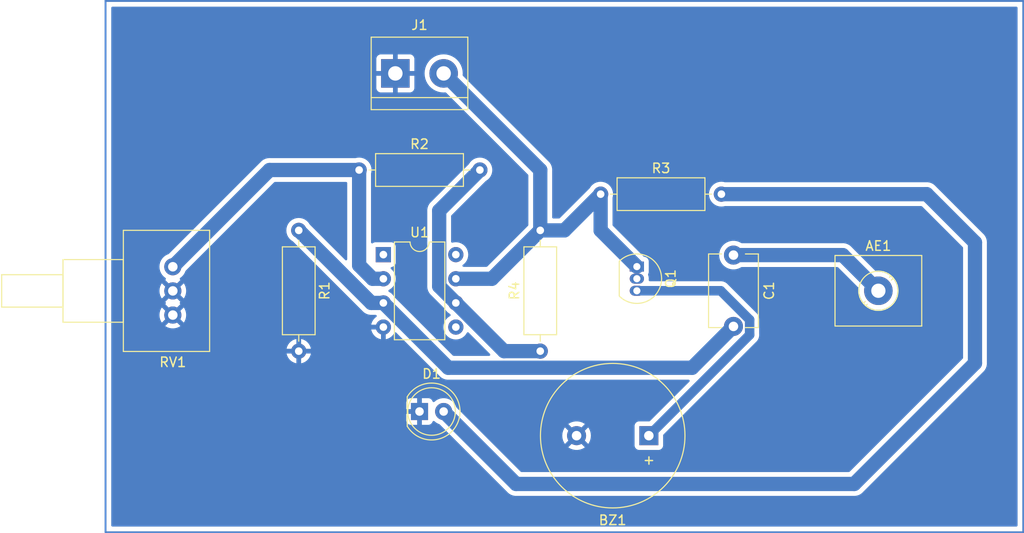
<source format=kicad_pcb>
(kicad_pcb (version 20221018) (generator pcbnew)
  (layers (0 "F.Cu" signal) (31 "B.Cu" signal) (34 "B.Paste" user) (35 "F.Paste" user) (36 "B.SilkS" user "B.Silkscreen") (37 "F.SilkS" user "F.Silkscreen") (38 "B.Mask" user) (39 "F.Mask" user) (44 "Edge.Cuts" user))
  (net 0 "")
  (net 1 "Net-(AE1-A)")
  (net 2 "Net-(BZ1--)")
  (net 3 "Earth")
  (net 4 "Net-(U1-+)")
  (net 5 "Net-(D1-A)")
  (net 6 "+9V")
  (net 7 "Net-(U1--)")
  (net 8 "Net-(R2-Pad2)")
  (footprint "Package_DIP:DIP-8_W7.62mm" (layer "F.Cu") (at 140.98 90.18)
    (fp_text reference "U1" (at 3.81 -2.33) (layer "F.SilkS"))
    (fp_text value "CA3130")
    (fp_line (start 1.16 -1.33) (end 1.16 8.95) (stroke (width 0.12)) (layer "F.SilkS"))
    (fp_line (start 1.16 8.95) (end 6.46 8.95) (stroke (width 0.12)) (layer "F.SilkS"))
    (fp_line (start 2.81 -1.33) (end 1.16 -1.33) (stroke (width 0.12)) (layer "F.SilkS"))
    (fp_line (start 6.46 -1.33) (end 4.81 -1.33) (stroke (width 0.12)) (layer "F.SilkS"))
    (fp_line (start 6.46 8.95) (end 6.46 -1.33) (stroke (width 0.12)) (layer "F.SilkS"))
    (fp_arc (start 4.81 -1.33) (mid 3.81 -0.33) (end 2.81 -1.33) (stroke (width 0.12)) (layer "F.SilkS"))
    (pad "1" thru_hole rect (at 0 0) (size 1.6 1.6) (drill 0.8) (layers "*.Cu" "*.Mask"))
    (pad "2" thru_hole oval (at 0 2.54) (size 1.6 1.6) (drill 0.8) (layers "*.Cu" "*.Mask") (net 7 "Net-(U1--)"))
    (pad "3" thru_hole oval (at 0 5.08) (size 1.6 1.6) (drill 0.8) (layers "*.Cu" "*.Mask") (net 4 "Net-(U1-+)"))
    (pad "4" thru_hole oval (at 0 7.62) (size 1.6 1.6) (drill 0.8) (layers "*.Cu" "*.Mask") (net 3 "Earth"))
    (pad "5" thru_hole oval (at 7.62 7.62) (size 1.6 1.6) (drill 0.8) (layers "*.Cu" "*.Mask"))
    (pad "6" thru_hole oval (at 7.62 5.08) (size 1.6 1.6) (drill 0.8) (layers "*.Cu" "*.Mask") (net 8 "Net-(R2-Pad2)"))
    (pad "7" thru_hole oval (at 7.62 2.54) (size 1.6 1.6) (drill 0.8) (layers "*.Cu" "*.Mask") (net 6 "+9V"))
    (pad "8" thru_hole oval (at 7.62 0) (size 1.6 1.6) (drill 0.8) (layers "*.Cu" "*.Mask"))
  )
  (footprint "TerminalBlock_MetzConnect:TerminalBlock_MetzConnect_360271_1x01_Horizontal_ScrewM3.0_Boxed" (layer "F.Cu") (at 193.04 93.98)
    (fp_text reference "AE1" (at 0 -4.71) (layer "F.SilkS"))
    (fp_text value "Antenna")
    (fp_line (start -4.56 -3.71) (end -4.56 3.71) (stroke (width 0.12)) (layer "F.SilkS"))
    (fp_line (start -4.56 -3.71) (end 4.56 -3.71) (stroke (width 0.12)) (layer "F.SilkS"))
    (fp_line (start -4.56 3.71) (end 4.56 3.71) (stroke (width 0.12)) (layer "F.SilkS"))
    (fp_line (start -1.376 1.124) (end -1.563 1.311) (stroke (width 0.12)) (layer "F.SilkS"))
    (fp_line (start -1.168 1.419) (end -1.312 1.563) (stroke (width 0.12)) (layer "F.SilkS"))
    (fp_line (start 1.312 -1.563) (end 1.168 -1.419) (stroke (width 0.12)) (layer "F.SilkS"))
    (fp_line (start 1.563 -1.311) (end 1.376 -1.125) (stroke (width 0.12)) (layer "F.SilkS"))
    (fp_line (start 4.56 -3.71) (end 4.56 3.71) (stroke (width 0.12)) (layer "F.SilkS"))
    (fp_circle (center 0 0) (end 2.06 0) (stroke (width 0.12)) (fill none) (layer "F.SilkS"))
    (pad "1" thru_hole circle (at 0 0) (size 3 3) (drill 1.5) (layers "*.Cu" "*.Mask") (net 1 "Net-(AE1-A)"))
  )
  (footprint "Potentiometer_THT:Potentiometer_Vishay_148-149_Single_Horizontal" (layer "F.Cu") (at 118.835 91.455 180)
    (fp_text reference "RV1" (at 0 -10.04) (layer "F.SilkS"))
    (fp_text value "50K")
    (fp_line (start -3.87 -8.91) (end -3.87 3.83) (stroke (width 0.12)) (layer "F.SilkS"))
    (fp_line (start -3.87 -8.91) (end 5.2 -8.91) (stroke (width 0.12)) (layer "F.SilkS"))
    (fp_line (start -3.87 3.83) (end 5.2 3.83) (stroke (width 0.12)) (layer "F.SilkS"))
    (fp_line (start 5.2 -8.91) (end 5.2 3.83) (stroke (width 0.12)) (layer "F.SilkS"))
    (fp_line (start 5.2 -5.835) (end 5.2 0.755) (stroke (width 0.12)) (layer "F.SilkS"))
    (fp_line (start 5.2 -5.835) (end 11.55 -5.835) (stroke (width 0.12)) (layer "F.SilkS"))
    (fp_line (start 5.2 0.755) (end 11.55 0.755) (stroke (width 0.12)) (layer "F.SilkS"))
    (fp_line (start 11.55 -5.835) (end 11.55 0.755) (stroke (width 0.12)) (layer "F.SilkS"))
    (fp_line (start 11.55 -4.244) (end 11.55 -0.835) (stroke (width 0.12)) (layer "F.SilkS"))
    (fp_line (start 11.55 -4.244) (end 18 -4.244) (stroke (width 0.12)) (layer "F.SilkS"))
    (fp_line (start 11.55 -0.835) (end 18 -0.835) (stroke (width 0.12)) (layer "F.SilkS"))
    (fp_line (start 18 -4.244) (end 18 -0.835) (stroke (width 0.12)) (layer "F.SilkS"))
    (pad "1" thru_hole circle (at 0 0 180) (size 1.8 1.8) (drill 1) (layers "*.Cu" "*.Mask") (net 7 "Net-(U1--)"))
    (pad "2" thru_hole circle (at 0 -2.54 180) (size 1.8 1.8) (drill 1) (layers "*.Cu" "*.Mask") (net 3 "Earth"))
    (pad "3" thru_hole circle (at 0 -5.08 180) (size 1.8 1.8) (drill 1) (layers "*.Cu" "*.Mask") (net 3 "Earth"))
  )
  (footprint "Resistor_THT:R_Axial_DIN0309_L9.0mm_D3.2mm_P12.70mm_Horizontal" (layer "F.Cu") (at 132.08 87.63 -90)
    (fp_text reference "R1" (at 6.35 -2.72 90) (layer "F.SilkS"))
    (fp_text value "1M")
    (fp_line (start 1.04 0) (end 1.73 0) (stroke (width 0.12)) (layer "F.SilkS"))
    (fp_line (start 1.73 -1.72) (end 1.73 1.72) (stroke (width 0.12)) (layer "F.SilkS"))
    (fp_line (start 1.73 1.72) (end 10.97 1.72) (stroke (width 0.12)) (layer "F.SilkS"))
    (fp_line (start 10.97 -1.72) (end 1.73 -1.72) (stroke (width 0.12)) (layer "F.SilkS"))
    (fp_line (start 10.97 1.72) (end 10.97 -1.72) (stroke (width 0.12)) (layer "F.SilkS"))
    (fp_line (start 11.66 0) (end 10.97 0) (stroke (width 0.12)) (layer "F.SilkS"))
    (pad "1" thru_hole circle (at 0 0 270) (size 1.6 1.6) (drill 0.8) (layers "*.Cu" "*.Mask") (net 4 "Net-(U1-+)"))
    (pad "2" thru_hole oval (at 12.7 0 270) (size 1.6 1.6) (drill 0.8) (layers "*.Cu" "*.Mask") (net 3 "Earth"))
  )
  (footprint "Capacitor_THT:C_Disc_D7.5mm_W5.0mm_P7.50mm" (layer "F.Cu") (at 177.8 90.23 -90)
    (fp_text reference "C1" (at 3.75 -3.75 90) (layer "F.SilkS"))
    (fp_text value "33pF")
    (fp_line (start -0.12 -2.62) (end -0.12 -1.256) (stroke (width 0.12)) (layer "F.SilkS"))
    (fp_line (start -0.12 -2.62) (end 7.62 -2.62) (stroke (width 0.12)) (layer "F.SilkS"))
    (fp_line (start -0.12 1.256) (end -0.12 2.62) (stroke (width 0.12)) (layer "F.SilkS"))
    (fp_line (start -0.12 2.62) (end 7.62 2.62) (stroke (width 0.12)) (layer "F.SilkS"))
    (fp_line (start 7.62 -2.62) (end 7.62 -1.256) (stroke (width 0.12)) (layer "F.SilkS"))
    (fp_line (start 7.62 1.256) (end 7.62 2.62) (stroke (width 0.12)) (layer "F.SilkS"))
    (pad "1" thru_hole circle (at 0 0 270) (size 2 2) (drill 1) (layers "*.Cu" "*.Mask") (net 1 "Net-(AE1-A)"))
    (pad "2" thru_hole circle (at 7.5 0 270) (size 2 2) (drill 1) (layers "*.Cu" "*.Mask") (net 4 "Net-(U1-+)"))
  )
  (footprint "Resistor_THT:R_Axial_DIN0309_L9.0mm_D3.2mm_P12.70mm_Horizontal" (layer "F.Cu") (at 157.48 100.33 90)
    (fp_text reference "R4" (at 6.35 -2.72 90) (layer "F.SilkS"))
    (fp_text value "1K")
    (fp_line (start 1.04 0) (end 1.73 0) (stroke (width 0.12)) (layer "F.SilkS"))
    (fp_line (start 1.73 -1.72) (end 1.73 1.72) (stroke (width 0.12)) (layer "F.SilkS"))
    (fp_line (start 1.73 1.72) (end 10.97 1.72) (stroke (width 0.12)) (layer "F.SilkS"))
    (fp_line (start 10.97 -1.72) (end 1.73 -1.72) (stroke (width 0.12)) (layer "F.SilkS"))
    (fp_line (start 10.97 1.72) (end 10.97 -1.72) (stroke (width 0.12)) (layer "F.SilkS"))
    (fp_line (start 11.66 0) (end 10.97 0) (stroke (width 0.12)) (layer "F.SilkS"))
    (pad "1" thru_hole circle (at 0 0 90) (size 1.6 1.6) (drill 0.8) (layers "*.Cu" "*.Mask") (net 8 "Net-(R2-Pad2)"))
    (pad "2" thru_hole oval (at 12.7 0 90) (size 1.6 1.6) (drill 0.8) (layers "*.Cu" "*.Mask") (net 6 "+9V"))
  )
  (footprint "Buzzer_Beeper:Buzzer_15x7.5RM7.6" (layer "F.Cu") (at 168.9 109.22 180)
    (fp_text reference "BZ1" (at 3.81 -8.89) (layer "F.SilkS"))
    (fp_text value "Buzzer")
    (fp_text user "+" (at -0.01 -2.54) (layer "F.SilkS"))
    (fp_circle (center 3.8 0) (end 11.4 0) (stroke (width 0.12)) (fill none) (layer "F.SilkS"))
    (pad "1" thru_hole rect (at 0 0 180) (size 2 2) (drill 1) (layers "*.Cu" "*.Mask") (net 2 "Net-(BZ1--)"))
    (pad "2" thru_hole circle (at 7.6 0 180) (size 2 2) (drill 1) (layers "*.Cu" "*.Mask") (net 3 "Earth"))
  )
  (footprint "LED_THT:LED_D5.0mm" (layer "F.Cu") (at 144.78 106.68)
    (fp_text reference "D1" (at 1.27 -3.96) (layer "F.SilkS"))
    (fp_text value "LED")
    (fp_line (start -1.29 -1.545) (end -1.29 1.545) (stroke (width 0.12)) (layer "F.SilkS"))
    (fp_arc (start -1.29 -1.54483) (mid 2.072002 -2.880433) (end 4.26 0.000462) (stroke (width 0.12)) (layer "F.SilkS"))
    (fp_arc (start 4.26 -0.000462) (mid 2.072002 2.880433) (end -1.29 1.54483) (stroke (width 0.12)) (layer "F.SilkS"))
    (fp_circle (center 1.27 0) (end 3.77 0) (stroke (width 0.12)) (fill none) (layer "F.SilkS"))
    (pad "1" thru_hole rect (at 0 0) (size 1.8 1.8) (drill 0.9) (layers "*.Cu" "*.Mask") (net 3 "Earth"))
    (pad "2" thru_hole circle (at 2.54 0) (size 1.8 1.8) (drill 0.9) (layers "*.Cu" "*.Mask") (net 5 "Net-(D1-A)"))
  )
  (footprint "Resistor_THT:R_Axial_DIN0309_L9.0mm_D3.2mm_P12.70mm_Horizontal" (layer "F.Cu") (at 163.83 83.82)
    (fp_text reference "R3" (at 6.35 -2.72) (layer "F.SilkS"))
    (fp_text value "1K")
    (fp_line (start 1.04 0) (end 1.73 0) (stroke (width 0.12)) (layer "F.SilkS"))
    (fp_line (start 1.73 -1.72) (end 1.73 1.72) (stroke (width 0.12)) (layer "F.SilkS"))
    (fp_line (start 1.73 1.72) (end 10.97 1.72) (stroke (width 0.12)) (layer "F.SilkS"))
    (fp_line (start 10.97 -1.72) (end 1.73 -1.72) (stroke (width 0.12)) (layer "F.SilkS"))
    (fp_line (start 10.97 1.72) (end 10.97 -1.72) (stroke (width 0.12)) (layer "F.SilkS"))
    (fp_line (start 11.66 0) (end 10.97 0) (stroke (width 0.12)) (layer "F.SilkS"))
    (pad "1" thru_hole circle (at 0 0) (size 1.6 1.6) (drill 0.8) (layers "*.Cu" "*.Mask") (net 6 "+9V"))
    (pad "2" thru_hole oval (at 12.7 0) (size 1.6 1.6) (drill 0.8) (layers "*.Cu" "*.Mask") (net 5 "Net-(D1-A)"))
  )
  (footprint "Package_TO_SOT_THT:TO-92_Inline" (layer "F.Cu") (at 167.64 91.44 -90)
    (fp_text reference "Q1" (at 1.27 -3.56 90) (layer "F.SilkS"))
    (fp_text value "BC547")
    (fp_line (start -0.53 1.85) (end 3.07 1.85) (stroke (width 0.12)) (layer "F.SilkS"))
    (fp_arc (start -0.568478 1.838478) (mid -1.132087 -0.994977) (end 1.27 -2.6) (stroke (width 0.12)) (layer "F.SilkS"))
    (fp_arc (start 1.27 -2.6) (mid 3.672087 -0.994977) (end 3.108478 1.838478) (stroke (width 0.12)) (layer "F.SilkS"))
    (pad "1" thru_hole rect (at 0 0 270) (size 1.05 1.5) (drill 0.75) (layers "*.Cu" "*.Mask") (net 6 "+9V"))
    (pad "2" thru_hole oval (at 1.27 0 270) (size 1.05 1.5) (drill 0.75) (layers "*.Cu" "*.Mask") (net 6 "+9V"))
    (pad "3" thru_hole oval (at 2.54 0 270) (size 1.05 1.5) (drill 0.75) (layers "*.Cu" "*.Mask") (net 2 "Net-(BZ1--)"))
  )
  (footprint "TerminalBlock:TerminalBlock_bornier-2_P5.08mm" (layer "F.Cu") (at 142.24 71.12)
    (fp_text reference "J1" (at 2.54 -5.08) (layer "F.SilkS"))
    (fp_text value "INPUT")
    (fp_line (start -2.54 -3.81) (end -2.54 3.81) (stroke (width 0.12)) (layer "F.SilkS"))
    (fp_line (start -2.54 3.81) (end 7.62 3.81) (stroke (width 0.12)) (layer "F.SilkS"))
    (fp_line (start 7.62 -3.81) (end -2.54 -3.81) (stroke (width 0.12)) (layer "F.SilkS"))
    (fp_line (start 7.62 2.54) (end -2.54 2.54) (stroke (width 0.12)) (layer "F.SilkS"))
    (fp_line (start 7.62 3.81) (end 7.62 -3.81) (stroke (width 0.12)) (layer "F.SilkS"))
    (pad "1" thru_hole rect (at 0 0) (size 3 3) (drill 1.52) (layers "*.Cu" "*.Mask") (net 3 "Earth"))
    (pad "2" thru_hole circle (at 5.08 0) (size 3 3) (drill 1.52) (layers "*.Cu" "*.Mask") (net 6 "+9V"))
  )
  (footprint "Resistor_THT:R_Axial_DIN0309_L9.0mm_D3.2mm_P12.70mm_Horizontal" (layer "F.Cu") (at 138.43 81.28)
    (fp_text reference "R2" (at 6.35 -2.72) (layer "F.SilkS"))
    (fp_text value "1M")
    (fp_line (start 1.04 0) (end 1.73 0) (stroke (width 0.12)) (layer "F.SilkS"))
    (fp_line (start 1.73 -1.72) (end 1.73 1.72) (stroke (width 0.12)) (layer "F.SilkS"))
    (fp_line (start 1.73 1.72) (end 10.97 1.72) (stroke (width 0.12)) (layer "F.SilkS"))
    (fp_line (start 10.97 -1.72) (end 1.73 -1.72) (stroke (width 0.12)) (layer "F.SilkS"))
    (fp_line (start 10.97 1.72) (end 10.97 -1.72) (stroke (width 0.12)) (layer "F.SilkS"))
    (fp_line (start 11.66 0) (end 10.97 0) (stroke (width 0.12)) (layer "F.SilkS"))
    (pad "1" thru_hole circle (at 0 0) (size 1.6 1.6) (drill 0.8) (layers "*.Cu" "*.Mask") (net 7 "Net-(U1--)"))
    (pad "2" thru_hole oval (at 12.7 0) (size 1.6 1.6) (drill 0.8) (layers "*.Cu" "*.Mask") (net 8 "Net-(R2-Pad2)"))
  )
  (gr_rect (start 111.76 63.5) (end 208.28 119.38) (stroke (width 0.2)) (fill none) (layer "B.Cu"))
  (segment (start 177.8 90.23) (end 189.29 90.23) (width 1.5) (layer "B.Cu") (net 1))
  (segment (start 189.29 90.23) (end 193.04 93.98) (width 1.5) (layer "B.Cu") (net 1))
  (segment (start 167.64 93.98) (end 176.454164 93.98) (width 1) (layer "B.Cu") (net 2))
  (segment (start 176.454164 93.98) (end 179.5 97.025836) (width 1) (layer "B.Cu") (net 2))
  (segment (start 179.5 98.62) (end 168.9 109.22) (width 1) (layer "B.Cu") (net 2))
  (segment (start 179.5 97.025836) (end 179.5 98.62) (width 1) (layer "B.Cu") (net 2))
  (segment (start 140.98 95.26) (end 147.8 102.08) (width 1.5) (layer "B.Cu") (net 4))
  (segment (start 173.45 102.08) (end 177.8 97.73) (width 1.5) (layer "B.Cu") (net 4))
  (segment (start 132.08 87.63) (end 139.71 95.26) (width 1.5) (layer "B.Cu") (net 4))
  (segment (start 147.8 102.08) (end 173.45 102.08) (width 1.5) (layer "B.Cu") (net 4))
  (segment (start 139.71 95.26) (end 140.98 95.26) (width 1.5) (layer "B.Cu") (net 4))
  (segment (start 198.12 83.82) (end 176.53 83.82) (width 1.5) (layer "B.Cu") (net 5))
  (segment (start 147.32 106.68) (end 154.94 114.3) (width 1.5) (layer "B.Cu") (net 5))
  (segment (start 203.2 88.9) (end 198.12 83.82) (width 1.5) (layer "B.Cu") (net 5))
  (segment (start 203.2 101.6) (end 203.2 88.9) (width 1.5) (layer "B.Cu") (net 5))
  (segment (start 154.94 114.3) (end 190.5 114.3) (width 1.5) (layer "B.Cu") (net 5))
  (segment (start 190.5 114.3) (end 203.2 101.6) (width 1.5) (layer "B.Cu") (net 5))
  (segment (start 160.02 87.63) (end 163.83 83.82) (width 1.5) (layer "B.Cu") (net 6))
  (segment (start 147.32 71.12) (end 157.48 81.28) (width 1.5) (layer "B.Cu") (net 6))
  (segment (start 163.83 87.63) (end 167.64 91.44) (width 1.5) (layer "B.Cu") (net 6))
  (segment (start 152.39 92.72) (end 157.48 87.63) (width 1.5) (layer "B.Cu") (net 6))
  (segment (start 157.48 87.63) (end 160.02 87.63) (width 1.5) (layer "B.Cu") (net 6))
  (segment (start 148.6 92.72) (end 152.39 92.72) (width 1.5) (layer "B.Cu") (net 6))
  (segment (start 157.48 81.28) (end 157.48 87.63) (width 1.5) (layer "B.Cu") (net 6))
  (segment (start 163.83 83.82) (end 163.83 87.63) (width 1.5) (layer "B.Cu") (net 6))
  (segment (start 138.43 91.30137) (end 138.43 81.28) (width 1.5) (layer "B.Cu") (net 7))
  (segment (start 129.01 81.28) (end 138.43 81.28) (width 1.5) (layer "B.Cu") (net 7))
  (segment (start 118.835 91.455) (end 129.01 81.28) (width 1.5) (layer "B.Cu") (net 7))
  (segment (start 140.98 92.72) (end 139.84863 92.72) (width 1.5) (layer "B.Cu") (net 7))
  (segment (start 139.84863 92.72) (end 138.43 91.30137) (width 1.5) (layer "B.Cu") (net 7))
  (segment (start 146.85 93.51) (end 146.85 85.56) (width 1.5) (layer "B.Cu") (net 8))
  (segment (start 148.6 95.26) (end 146.85 93.51) (width 1.5) (layer "B.Cu") (net 8))
  (segment (start 153.67 100.33) (end 148.6 95.26) (width 1.5) (layer "B.Cu") (net 8))
  (segment (start 146.85 85.56) (end 151.13 81.28) (width 1.5) (layer "B.Cu") (net 8))
  (segment (start 157.48 100.33) (end 153.67 100.33) (width 1.5) (layer "B.Cu") (net 8))
  (zone (net 3) (net_name "Earth") (layer "B.Cu") (connect_pads (clearance 0.5)) (min_thickness 0.25) (fill yes (thermal_gap 0.5) (thermal_bridge_width 0.5))
    (polygon (pts (xy 111.76 63.5) (xy 111.76 119.38) (xy 208.28 119.38) (xy 208.28 63.5)))
  )
)
</source>
